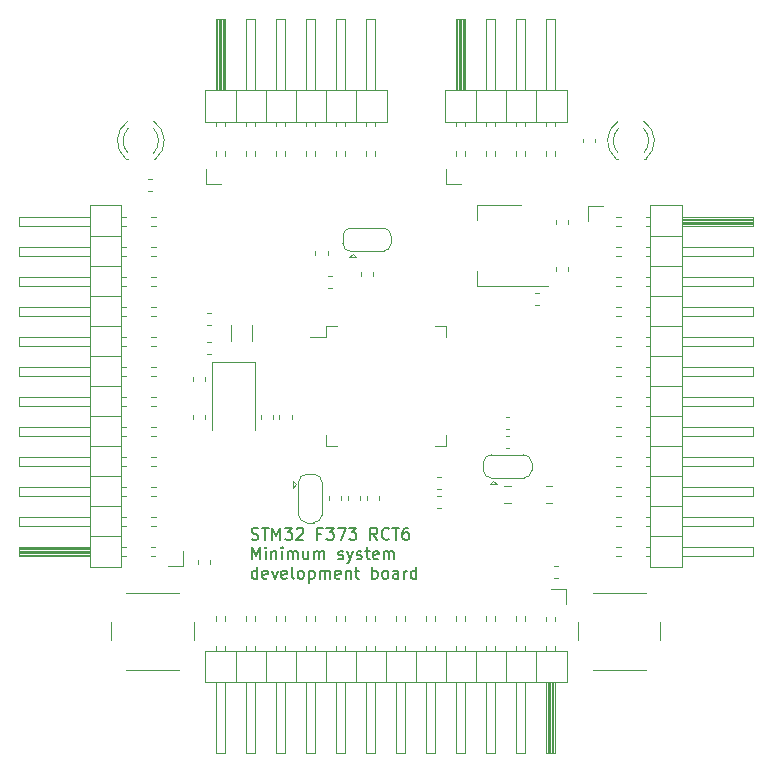
<source format=gbr>
%TF.GenerationSoftware,KiCad,Pcbnew,(5.1.6)-1*%
%TF.CreationDate,2020-11-19T20:50:07+01:00*%
%TF.ProjectId,F373RCT6_MSDB,46333733-5243-4543-965f-4d5344422e6b,rev?*%
%TF.SameCoordinates,Original*%
%TF.FileFunction,Legend,Top*%
%TF.FilePolarity,Positive*%
%FSLAX46Y46*%
G04 Gerber Fmt 4.6, Leading zero omitted, Abs format (unit mm)*
G04 Created by KiCad (PCBNEW (5.1.6)-1) date 2020-11-19 20:50:07*
%MOMM*%
%LPD*%
G01*
G04 APERTURE LIST*
%ADD10C,0.150000*%
%ADD11C,0.120000*%
G04 APERTURE END LIST*
D10*
X123337976Y-110654761D02*
X123480833Y-110702380D01*
X123718928Y-110702380D01*
X123814166Y-110654761D01*
X123861785Y-110607142D01*
X123909404Y-110511904D01*
X123909404Y-110416666D01*
X123861785Y-110321428D01*
X123814166Y-110273809D01*
X123718928Y-110226190D01*
X123528452Y-110178571D01*
X123433214Y-110130952D01*
X123385595Y-110083333D01*
X123337976Y-109988095D01*
X123337976Y-109892857D01*
X123385595Y-109797619D01*
X123433214Y-109750000D01*
X123528452Y-109702380D01*
X123766547Y-109702380D01*
X123909404Y-109750000D01*
X124195119Y-109702380D02*
X124766547Y-109702380D01*
X124480833Y-110702380D02*
X124480833Y-109702380D01*
X125099880Y-110702380D02*
X125099880Y-109702380D01*
X125433214Y-110416666D01*
X125766547Y-109702380D01*
X125766547Y-110702380D01*
X126147500Y-109702380D02*
X126766547Y-109702380D01*
X126433214Y-110083333D01*
X126576071Y-110083333D01*
X126671309Y-110130952D01*
X126718928Y-110178571D01*
X126766547Y-110273809D01*
X126766547Y-110511904D01*
X126718928Y-110607142D01*
X126671309Y-110654761D01*
X126576071Y-110702380D01*
X126290357Y-110702380D01*
X126195119Y-110654761D01*
X126147500Y-110607142D01*
X127147500Y-109797619D02*
X127195119Y-109750000D01*
X127290357Y-109702380D01*
X127528452Y-109702380D01*
X127623690Y-109750000D01*
X127671309Y-109797619D01*
X127718928Y-109892857D01*
X127718928Y-109988095D01*
X127671309Y-110130952D01*
X127099880Y-110702380D01*
X127718928Y-110702380D01*
X129242738Y-110178571D02*
X128909404Y-110178571D01*
X128909404Y-110702380D02*
X128909404Y-109702380D01*
X129385595Y-109702380D01*
X129671309Y-109702380D02*
X130290357Y-109702380D01*
X129957023Y-110083333D01*
X130099880Y-110083333D01*
X130195119Y-110130952D01*
X130242738Y-110178571D01*
X130290357Y-110273809D01*
X130290357Y-110511904D01*
X130242738Y-110607142D01*
X130195119Y-110654761D01*
X130099880Y-110702380D01*
X129814166Y-110702380D01*
X129718928Y-110654761D01*
X129671309Y-110607142D01*
X130623690Y-109702380D02*
X131290357Y-109702380D01*
X130861785Y-110702380D01*
X131576071Y-109702380D02*
X132195119Y-109702380D01*
X131861785Y-110083333D01*
X132004642Y-110083333D01*
X132099880Y-110130952D01*
X132147500Y-110178571D01*
X132195119Y-110273809D01*
X132195119Y-110511904D01*
X132147500Y-110607142D01*
X132099880Y-110654761D01*
X132004642Y-110702380D01*
X131718928Y-110702380D01*
X131623690Y-110654761D01*
X131576071Y-110607142D01*
X133957023Y-110702380D02*
X133623690Y-110226190D01*
X133385595Y-110702380D02*
X133385595Y-109702380D01*
X133766547Y-109702380D01*
X133861785Y-109750000D01*
X133909404Y-109797619D01*
X133957023Y-109892857D01*
X133957023Y-110035714D01*
X133909404Y-110130952D01*
X133861785Y-110178571D01*
X133766547Y-110226190D01*
X133385595Y-110226190D01*
X134957023Y-110607142D02*
X134909404Y-110654761D01*
X134766547Y-110702380D01*
X134671309Y-110702380D01*
X134528452Y-110654761D01*
X134433214Y-110559523D01*
X134385595Y-110464285D01*
X134337976Y-110273809D01*
X134337976Y-110130952D01*
X134385595Y-109940476D01*
X134433214Y-109845238D01*
X134528452Y-109750000D01*
X134671309Y-109702380D01*
X134766547Y-109702380D01*
X134909404Y-109750000D01*
X134957023Y-109797619D01*
X135242738Y-109702380D02*
X135814166Y-109702380D01*
X135528452Y-110702380D02*
X135528452Y-109702380D01*
X136576071Y-109702380D02*
X136385595Y-109702380D01*
X136290357Y-109750000D01*
X136242738Y-109797619D01*
X136147500Y-109940476D01*
X136099880Y-110130952D01*
X136099880Y-110511904D01*
X136147500Y-110607142D01*
X136195119Y-110654761D01*
X136290357Y-110702380D01*
X136480833Y-110702380D01*
X136576071Y-110654761D01*
X136623690Y-110607142D01*
X136671309Y-110511904D01*
X136671309Y-110273809D01*
X136623690Y-110178571D01*
X136576071Y-110130952D01*
X136480833Y-110083333D01*
X136290357Y-110083333D01*
X136195119Y-110130952D01*
X136147500Y-110178571D01*
X136099880Y-110273809D01*
X123385595Y-112352380D02*
X123385595Y-111352380D01*
X123718928Y-112066666D01*
X124052261Y-111352380D01*
X124052261Y-112352380D01*
X124528452Y-112352380D02*
X124528452Y-111685714D01*
X124528452Y-111352380D02*
X124480833Y-111400000D01*
X124528452Y-111447619D01*
X124576071Y-111400000D01*
X124528452Y-111352380D01*
X124528452Y-111447619D01*
X125004642Y-111685714D02*
X125004642Y-112352380D01*
X125004642Y-111780952D02*
X125052261Y-111733333D01*
X125147500Y-111685714D01*
X125290357Y-111685714D01*
X125385595Y-111733333D01*
X125433214Y-111828571D01*
X125433214Y-112352380D01*
X125909404Y-112352380D02*
X125909404Y-111685714D01*
X125909404Y-111352380D02*
X125861785Y-111400000D01*
X125909404Y-111447619D01*
X125957023Y-111400000D01*
X125909404Y-111352380D01*
X125909404Y-111447619D01*
X126385595Y-112352380D02*
X126385595Y-111685714D01*
X126385595Y-111780952D02*
X126433214Y-111733333D01*
X126528452Y-111685714D01*
X126671309Y-111685714D01*
X126766547Y-111733333D01*
X126814166Y-111828571D01*
X126814166Y-112352380D01*
X126814166Y-111828571D02*
X126861785Y-111733333D01*
X126957023Y-111685714D01*
X127099880Y-111685714D01*
X127195119Y-111733333D01*
X127242738Y-111828571D01*
X127242738Y-112352380D01*
X128147500Y-111685714D02*
X128147500Y-112352380D01*
X127718928Y-111685714D02*
X127718928Y-112209523D01*
X127766547Y-112304761D01*
X127861785Y-112352380D01*
X128004642Y-112352380D01*
X128099880Y-112304761D01*
X128147500Y-112257142D01*
X128623690Y-112352380D02*
X128623690Y-111685714D01*
X128623690Y-111780952D02*
X128671309Y-111733333D01*
X128766547Y-111685714D01*
X128909404Y-111685714D01*
X129004642Y-111733333D01*
X129052261Y-111828571D01*
X129052261Y-112352380D01*
X129052261Y-111828571D02*
X129099880Y-111733333D01*
X129195119Y-111685714D01*
X129337976Y-111685714D01*
X129433214Y-111733333D01*
X129480833Y-111828571D01*
X129480833Y-112352380D01*
X130671309Y-112304761D02*
X130766547Y-112352380D01*
X130957023Y-112352380D01*
X131052261Y-112304761D01*
X131099880Y-112209523D01*
X131099880Y-112161904D01*
X131052261Y-112066666D01*
X130957023Y-112019047D01*
X130814166Y-112019047D01*
X130718928Y-111971428D01*
X130671309Y-111876190D01*
X130671309Y-111828571D01*
X130718928Y-111733333D01*
X130814166Y-111685714D01*
X130957023Y-111685714D01*
X131052261Y-111733333D01*
X131433214Y-111685714D02*
X131671309Y-112352380D01*
X131909404Y-111685714D02*
X131671309Y-112352380D01*
X131576071Y-112590476D01*
X131528452Y-112638095D01*
X131433214Y-112685714D01*
X132242738Y-112304761D02*
X132337976Y-112352380D01*
X132528452Y-112352380D01*
X132623690Y-112304761D01*
X132671309Y-112209523D01*
X132671309Y-112161904D01*
X132623690Y-112066666D01*
X132528452Y-112019047D01*
X132385595Y-112019047D01*
X132290357Y-111971428D01*
X132242738Y-111876190D01*
X132242738Y-111828571D01*
X132290357Y-111733333D01*
X132385595Y-111685714D01*
X132528452Y-111685714D01*
X132623690Y-111733333D01*
X132957023Y-111685714D02*
X133337976Y-111685714D01*
X133099880Y-111352380D02*
X133099880Y-112209523D01*
X133147500Y-112304761D01*
X133242738Y-112352380D01*
X133337976Y-112352380D01*
X134052261Y-112304761D02*
X133957023Y-112352380D01*
X133766547Y-112352380D01*
X133671309Y-112304761D01*
X133623690Y-112209523D01*
X133623690Y-111828571D01*
X133671309Y-111733333D01*
X133766547Y-111685714D01*
X133957023Y-111685714D01*
X134052261Y-111733333D01*
X134099880Y-111828571D01*
X134099880Y-111923809D01*
X133623690Y-112019047D01*
X134528452Y-112352380D02*
X134528452Y-111685714D01*
X134528452Y-111780952D02*
X134576071Y-111733333D01*
X134671309Y-111685714D01*
X134814166Y-111685714D01*
X134909404Y-111733333D01*
X134957023Y-111828571D01*
X134957023Y-112352380D01*
X134957023Y-111828571D02*
X135004642Y-111733333D01*
X135099880Y-111685714D01*
X135242738Y-111685714D01*
X135337976Y-111733333D01*
X135385595Y-111828571D01*
X135385595Y-112352380D01*
X123814166Y-114002380D02*
X123814166Y-113002380D01*
X123814166Y-113954761D02*
X123718928Y-114002380D01*
X123528452Y-114002380D01*
X123433214Y-113954761D01*
X123385595Y-113907142D01*
X123337976Y-113811904D01*
X123337976Y-113526190D01*
X123385595Y-113430952D01*
X123433214Y-113383333D01*
X123528452Y-113335714D01*
X123718928Y-113335714D01*
X123814166Y-113383333D01*
X124671309Y-113954761D02*
X124576071Y-114002380D01*
X124385595Y-114002380D01*
X124290357Y-113954761D01*
X124242738Y-113859523D01*
X124242738Y-113478571D01*
X124290357Y-113383333D01*
X124385595Y-113335714D01*
X124576071Y-113335714D01*
X124671309Y-113383333D01*
X124718928Y-113478571D01*
X124718928Y-113573809D01*
X124242738Y-113669047D01*
X125052261Y-113335714D02*
X125290357Y-114002380D01*
X125528452Y-113335714D01*
X126290357Y-113954761D02*
X126195119Y-114002380D01*
X126004642Y-114002380D01*
X125909404Y-113954761D01*
X125861785Y-113859523D01*
X125861785Y-113478571D01*
X125909404Y-113383333D01*
X126004642Y-113335714D01*
X126195119Y-113335714D01*
X126290357Y-113383333D01*
X126337976Y-113478571D01*
X126337976Y-113573809D01*
X125861785Y-113669047D01*
X126909404Y-114002380D02*
X126814166Y-113954761D01*
X126766547Y-113859523D01*
X126766547Y-113002380D01*
X127433214Y-114002380D02*
X127337976Y-113954761D01*
X127290357Y-113907142D01*
X127242738Y-113811904D01*
X127242738Y-113526190D01*
X127290357Y-113430952D01*
X127337976Y-113383333D01*
X127433214Y-113335714D01*
X127576071Y-113335714D01*
X127671309Y-113383333D01*
X127718928Y-113430952D01*
X127766547Y-113526190D01*
X127766547Y-113811904D01*
X127718928Y-113907142D01*
X127671309Y-113954761D01*
X127576071Y-114002380D01*
X127433214Y-114002380D01*
X128195119Y-113335714D02*
X128195119Y-114335714D01*
X128195119Y-113383333D02*
X128290357Y-113335714D01*
X128480833Y-113335714D01*
X128576071Y-113383333D01*
X128623690Y-113430952D01*
X128671309Y-113526190D01*
X128671309Y-113811904D01*
X128623690Y-113907142D01*
X128576071Y-113954761D01*
X128480833Y-114002380D01*
X128290357Y-114002380D01*
X128195119Y-113954761D01*
X129099880Y-114002380D02*
X129099880Y-113335714D01*
X129099880Y-113430952D02*
X129147500Y-113383333D01*
X129242738Y-113335714D01*
X129385595Y-113335714D01*
X129480833Y-113383333D01*
X129528452Y-113478571D01*
X129528452Y-114002380D01*
X129528452Y-113478571D02*
X129576071Y-113383333D01*
X129671309Y-113335714D01*
X129814166Y-113335714D01*
X129909404Y-113383333D01*
X129957023Y-113478571D01*
X129957023Y-114002380D01*
X130814166Y-113954761D02*
X130718928Y-114002380D01*
X130528452Y-114002380D01*
X130433214Y-113954761D01*
X130385595Y-113859523D01*
X130385595Y-113478571D01*
X130433214Y-113383333D01*
X130528452Y-113335714D01*
X130718928Y-113335714D01*
X130814166Y-113383333D01*
X130861785Y-113478571D01*
X130861785Y-113573809D01*
X130385595Y-113669047D01*
X131290357Y-113335714D02*
X131290357Y-114002380D01*
X131290357Y-113430952D02*
X131337976Y-113383333D01*
X131433214Y-113335714D01*
X131576071Y-113335714D01*
X131671309Y-113383333D01*
X131718928Y-113478571D01*
X131718928Y-114002380D01*
X132052261Y-113335714D02*
X132433214Y-113335714D01*
X132195119Y-113002380D02*
X132195119Y-113859523D01*
X132242738Y-113954761D01*
X132337976Y-114002380D01*
X132433214Y-114002380D01*
X133528452Y-114002380D02*
X133528452Y-113002380D01*
X133528452Y-113383333D02*
X133623690Y-113335714D01*
X133814166Y-113335714D01*
X133909404Y-113383333D01*
X133957023Y-113430952D01*
X134004642Y-113526190D01*
X134004642Y-113811904D01*
X133957023Y-113907142D01*
X133909404Y-113954761D01*
X133814166Y-114002380D01*
X133623690Y-114002380D01*
X133528452Y-113954761D01*
X134576071Y-114002380D02*
X134480833Y-113954761D01*
X134433214Y-113907142D01*
X134385595Y-113811904D01*
X134385595Y-113526190D01*
X134433214Y-113430952D01*
X134480833Y-113383333D01*
X134576071Y-113335714D01*
X134718928Y-113335714D01*
X134814166Y-113383333D01*
X134861785Y-113430952D01*
X134909404Y-113526190D01*
X134909404Y-113811904D01*
X134861785Y-113907142D01*
X134814166Y-113954761D01*
X134718928Y-114002380D01*
X134576071Y-114002380D01*
X135766547Y-114002380D02*
X135766547Y-113478571D01*
X135718928Y-113383333D01*
X135623690Y-113335714D01*
X135433214Y-113335714D01*
X135337976Y-113383333D01*
X135766547Y-113954761D02*
X135671309Y-114002380D01*
X135433214Y-114002380D01*
X135337976Y-113954761D01*
X135290357Y-113859523D01*
X135290357Y-113764285D01*
X135337976Y-113669047D01*
X135433214Y-113621428D01*
X135671309Y-113621428D01*
X135766547Y-113573809D01*
X136242738Y-114002380D02*
X136242738Y-113335714D01*
X136242738Y-113526190D02*
X136290357Y-113430952D01*
X136337976Y-113383333D01*
X136433214Y-113335714D01*
X136528452Y-113335714D01*
X137290357Y-114002380D02*
X137290357Y-113002380D01*
X137290357Y-113954761D02*
X137195119Y-114002380D01*
X137004642Y-114002380D01*
X136909404Y-113954761D01*
X136861785Y-113907142D01*
X136814166Y-113811904D01*
X136814166Y-113526190D01*
X136861785Y-113430952D01*
X136909404Y-113383333D01*
X137004642Y-113335714D01*
X137195119Y-113335714D01*
X137290357Y-113383333D01*
D11*
%TO.C,SW2*%
X157950000Y-119200000D02*
X157950000Y-117700000D01*
X156700000Y-115200000D02*
X152200000Y-115200000D01*
X150950000Y-117700000D02*
X150950000Y-119200000D01*
X152200000Y-121700000D02*
X156700000Y-121700000D01*
%TO.C,SW1*%
X118450000Y-119200000D02*
X118450000Y-117700000D01*
X117200000Y-115200000D02*
X112700000Y-115200000D01*
X111450000Y-117700000D02*
X111450000Y-119200000D01*
X112700000Y-121700000D02*
X117200000Y-121700000D01*
%TO.C,C19*%
X148937221Y-113910000D02*
X149262779Y-113910000D01*
X148937221Y-112890000D02*
X149262779Y-112890000D01*
%TO.C,C7*%
X118790000Y-112437221D02*
X118790000Y-112762779D01*
X119810000Y-112437221D02*
X119810000Y-112762779D01*
%TO.C,R5*%
X152410000Y-77062779D02*
X152410000Y-76737221D01*
X151390000Y-77062779D02*
X151390000Y-76737221D01*
%TO.C,R4*%
X114862779Y-80190000D02*
X114537221Y-80190000D01*
X114862779Y-81210000D02*
X114537221Y-81210000D01*
%TO.C,D2*%
X156530000Y-78490000D02*
X156686000Y-78490000D01*
X154214000Y-78490000D02*
X154370000Y-78490000D01*
X156529837Y-75888870D02*
G75*
G02*
X156530000Y-77970961I-1079837J-1041130D01*
G01*
X154370163Y-75888870D02*
G75*
G03*
X154370000Y-77970961I1079837J-1041130D01*
G01*
X156528608Y-75257665D02*
G75*
G02*
X156685516Y-78490000I-1078608J-1672335D01*
G01*
X154371392Y-75257665D02*
G75*
G03*
X154214484Y-78490000I1078608J-1672335D01*
G01*
%TO.C,D1*%
X115030000Y-78490000D02*
X115186000Y-78490000D01*
X112714000Y-78490000D02*
X112870000Y-78490000D01*
X115029837Y-75888870D02*
G75*
G02*
X115030000Y-77970961I-1079837J-1041130D01*
G01*
X112870163Y-75888870D02*
G75*
G03*
X112870000Y-77970961I1079837J-1041130D01*
G01*
X115028608Y-75257665D02*
G75*
G02*
X115185516Y-78490000I-1078608J-1672335D01*
G01*
X112871392Y-75257665D02*
G75*
G03*
X112714484Y-78490000I1078608J-1672335D01*
G01*
%TO.C,C9*%
X139362779Y-105390000D02*
X139037221Y-105390000D01*
X139362779Y-106410000D02*
X139037221Y-106410000D01*
%TO.C,C8*%
X139362779Y-106990000D02*
X139037221Y-106990000D01*
X139362779Y-108010000D02*
X139037221Y-108010000D01*
%TO.C,J5*%
X151845000Y-82460000D02*
X153115000Y-82460000D01*
X151845000Y-83730000D02*
X151845000Y-82460000D01*
X154157929Y-112050000D02*
X154612071Y-112050000D01*
X154157929Y-111290000D02*
X154612071Y-111290000D01*
X156697929Y-112050000D02*
X157095000Y-112050000D01*
X156697929Y-111290000D02*
X157095000Y-111290000D01*
X165755000Y-112050000D02*
X159755000Y-112050000D01*
X165755000Y-111290000D02*
X165755000Y-112050000D01*
X159755000Y-111290000D02*
X165755000Y-111290000D01*
X157095000Y-110400000D02*
X159755000Y-110400000D01*
X154157929Y-109510000D02*
X154612071Y-109510000D01*
X154157929Y-108750000D02*
X154612071Y-108750000D01*
X156697929Y-109510000D02*
X157095000Y-109510000D01*
X156697929Y-108750000D02*
X157095000Y-108750000D01*
X165755000Y-109510000D02*
X159755000Y-109510000D01*
X165755000Y-108750000D02*
X165755000Y-109510000D01*
X159755000Y-108750000D02*
X165755000Y-108750000D01*
X157095000Y-107860000D02*
X159755000Y-107860000D01*
X154157929Y-106970000D02*
X154612071Y-106970000D01*
X154157929Y-106210000D02*
X154612071Y-106210000D01*
X156697929Y-106970000D02*
X157095000Y-106970000D01*
X156697929Y-106210000D02*
X157095000Y-106210000D01*
X165755000Y-106970000D02*
X159755000Y-106970000D01*
X165755000Y-106210000D02*
X165755000Y-106970000D01*
X159755000Y-106210000D02*
X165755000Y-106210000D01*
X157095000Y-105320000D02*
X159755000Y-105320000D01*
X154157929Y-104430000D02*
X154612071Y-104430000D01*
X154157929Y-103670000D02*
X154612071Y-103670000D01*
X156697929Y-104430000D02*
X157095000Y-104430000D01*
X156697929Y-103670000D02*
X157095000Y-103670000D01*
X165755000Y-104430000D02*
X159755000Y-104430000D01*
X165755000Y-103670000D02*
X165755000Y-104430000D01*
X159755000Y-103670000D02*
X165755000Y-103670000D01*
X157095000Y-102780000D02*
X159755000Y-102780000D01*
X154157929Y-101890000D02*
X154612071Y-101890000D01*
X154157929Y-101130000D02*
X154612071Y-101130000D01*
X156697929Y-101890000D02*
X157095000Y-101890000D01*
X156697929Y-101130000D02*
X157095000Y-101130000D01*
X165755000Y-101890000D02*
X159755000Y-101890000D01*
X165755000Y-101130000D02*
X165755000Y-101890000D01*
X159755000Y-101130000D02*
X165755000Y-101130000D01*
X157095000Y-100240000D02*
X159755000Y-100240000D01*
X154157929Y-99350000D02*
X154612071Y-99350000D01*
X154157929Y-98590000D02*
X154612071Y-98590000D01*
X156697929Y-99350000D02*
X157095000Y-99350000D01*
X156697929Y-98590000D02*
X157095000Y-98590000D01*
X165755000Y-99350000D02*
X159755000Y-99350000D01*
X165755000Y-98590000D02*
X165755000Y-99350000D01*
X159755000Y-98590000D02*
X165755000Y-98590000D01*
X157095000Y-97700000D02*
X159755000Y-97700000D01*
X154157929Y-96810000D02*
X154612071Y-96810000D01*
X154157929Y-96050000D02*
X154612071Y-96050000D01*
X156697929Y-96810000D02*
X157095000Y-96810000D01*
X156697929Y-96050000D02*
X157095000Y-96050000D01*
X165755000Y-96810000D02*
X159755000Y-96810000D01*
X165755000Y-96050000D02*
X165755000Y-96810000D01*
X159755000Y-96050000D02*
X165755000Y-96050000D01*
X157095000Y-95160000D02*
X159755000Y-95160000D01*
X154157929Y-94270000D02*
X154612071Y-94270000D01*
X154157929Y-93510000D02*
X154612071Y-93510000D01*
X156697929Y-94270000D02*
X157095000Y-94270000D01*
X156697929Y-93510000D02*
X157095000Y-93510000D01*
X165755000Y-94270000D02*
X159755000Y-94270000D01*
X165755000Y-93510000D02*
X165755000Y-94270000D01*
X159755000Y-93510000D02*
X165755000Y-93510000D01*
X157095000Y-92620000D02*
X159755000Y-92620000D01*
X154157929Y-91730000D02*
X154612071Y-91730000D01*
X154157929Y-90970000D02*
X154612071Y-90970000D01*
X156697929Y-91730000D02*
X157095000Y-91730000D01*
X156697929Y-90970000D02*
X157095000Y-90970000D01*
X165755000Y-91730000D02*
X159755000Y-91730000D01*
X165755000Y-90970000D02*
X165755000Y-91730000D01*
X159755000Y-90970000D02*
X165755000Y-90970000D01*
X157095000Y-90080000D02*
X159755000Y-90080000D01*
X154157929Y-89190000D02*
X154612071Y-89190000D01*
X154157929Y-88430000D02*
X154612071Y-88430000D01*
X156697929Y-89190000D02*
X157095000Y-89190000D01*
X156697929Y-88430000D02*
X157095000Y-88430000D01*
X165755000Y-89190000D02*
X159755000Y-89190000D01*
X165755000Y-88430000D02*
X165755000Y-89190000D01*
X159755000Y-88430000D02*
X165755000Y-88430000D01*
X157095000Y-87540000D02*
X159755000Y-87540000D01*
X154157929Y-86650000D02*
X154612071Y-86650000D01*
X154157929Y-85890000D02*
X154612071Y-85890000D01*
X156697929Y-86650000D02*
X157095000Y-86650000D01*
X156697929Y-85890000D02*
X157095000Y-85890000D01*
X165755000Y-86650000D02*
X159755000Y-86650000D01*
X165755000Y-85890000D02*
X165755000Y-86650000D01*
X159755000Y-85890000D02*
X165755000Y-85890000D01*
X157095000Y-85000000D02*
X159755000Y-85000000D01*
X154225000Y-84110000D02*
X154612071Y-84110000D01*
X154225000Y-83350000D02*
X154612071Y-83350000D01*
X156697929Y-84110000D02*
X157095000Y-84110000D01*
X156697929Y-83350000D02*
X157095000Y-83350000D01*
X159755000Y-84010000D02*
X165755000Y-84010000D01*
X159755000Y-83890000D02*
X165755000Y-83890000D01*
X159755000Y-83770000D02*
X165755000Y-83770000D01*
X159755000Y-83650000D02*
X165755000Y-83650000D01*
X159755000Y-83530000D02*
X165755000Y-83530000D01*
X159755000Y-83410000D02*
X165755000Y-83410000D01*
X165755000Y-84110000D02*
X159755000Y-84110000D01*
X165755000Y-83350000D02*
X165755000Y-84110000D01*
X159755000Y-83350000D02*
X165755000Y-83350000D01*
X159755000Y-82400000D02*
X157095000Y-82400000D01*
X159755000Y-113000000D02*
X159755000Y-82400000D01*
X157095000Y-113000000D02*
X159755000Y-113000000D01*
X157095000Y-82400000D02*
X157095000Y-113000000D01*
%TO.C,J4*%
X149940000Y-114845000D02*
X149940000Y-116115000D01*
X148670000Y-114845000D02*
X149940000Y-114845000D01*
X120350000Y-117157929D02*
X120350000Y-117612071D01*
X121110000Y-117157929D02*
X121110000Y-117612071D01*
X120350000Y-119697929D02*
X120350000Y-120095000D01*
X121110000Y-119697929D02*
X121110000Y-120095000D01*
X120350000Y-128755000D02*
X120350000Y-122755000D01*
X121110000Y-128755000D02*
X120350000Y-128755000D01*
X121110000Y-122755000D02*
X121110000Y-128755000D01*
X122000000Y-120095000D02*
X122000000Y-122755000D01*
X122890000Y-117157929D02*
X122890000Y-117612071D01*
X123650000Y-117157929D02*
X123650000Y-117612071D01*
X122890000Y-119697929D02*
X122890000Y-120095000D01*
X123650000Y-119697929D02*
X123650000Y-120095000D01*
X122890000Y-128755000D02*
X122890000Y-122755000D01*
X123650000Y-128755000D02*
X122890000Y-128755000D01*
X123650000Y-122755000D02*
X123650000Y-128755000D01*
X124540000Y-120095000D02*
X124540000Y-122755000D01*
X125430000Y-117157929D02*
X125430000Y-117612071D01*
X126190000Y-117157929D02*
X126190000Y-117612071D01*
X125430000Y-119697929D02*
X125430000Y-120095000D01*
X126190000Y-119697929D02*
X126190000Y-120095000D01*
X125430000Y-128755000D02*
X125430000Y-122755000D01*
X126190000Y-128755000D02*
X125430000Y-128755000D01*
X126190000Y-122755000D02*
X126190000Y-128755000D01*
X127080000Y-120095000D02*
X127080000Y-122755000D01*
X127970000Y-117157929D02*
X127970000Y-117612071D01*
X128730000Y-117157929D02*
X128730000Y-117612071D01*
X127970000Y-119697929D02*
X127970000Y-120095000D01*
X128730000Y-119697929D02*
X128730000Y-120095000D01*
X127970000Y-128755000D02*
X127970000Y-122755000D01*
X128730000Y-128755000D02*
X127970000Y-128755000D01*
X128730000Y-122755000D02*
X128730000Y-128755000D01*
X129620000Y-120095000D02*
X129620000Y-122755000D01*
X130510000Y-117157929D02*
X130510000Y-117612071D01*
X131270000Y-117157929D02*
X131270000Y-117612071D01*
X130510000Y-119697929D02*
X130510000Y-120095000D01*
X131270000Y-119697929D02*
X131270000Y-120095000D01*
X130510000Y-128755000D02*
X130510000Y-122755000D01*
X131270000Y-128755000D02*
X130510000Y-128755000D01*
X131270000Y-122755000D02*
X131270000Y-128755000D01*
X132160000Y-120095000D02*
X132160000Y-122755000D01*
X133050000Y-117157929D02*
X133050000Y-117612071D01*
X133810000Y-117157929D02*
X133810000Y-117612071D01*
X133050000Y-119697929D02*
X133050000Y-120095000D01*
X133810000Y-119697929D02*
X133810000Y-120095000D01*
X133050000Y-128755000D02*
X133050000Y-122755000D01*
X133810000Y-128755000D02*
X133050000Y-128755000D01*
X133810000Y-122755000D02*
X133810000Y-128755000D01*
X134700000Y-120095000D02*
X134700000Y-122755000D01*
X135590000Y-117157929D02*
X135590000Y-117612071D01*
X136350000Y-117157929D02*
X136350000Y-117612071D01*
X135590000Y-119697929D02*
X135590000Y-120095000D01*
X136350000Y-119697929D02*
X136350000Y-120095000D01*
X135590000Y-128755000D02*
X135590000Y-122755000D01*
X136350000Y-128755000D02*
X135590000Y-128755000D01*
X136350000Y-122755000D02*
X136350000Y-128755000D01*
X137240000Y-120095000D02*
X137240000Y-122755000D01*
X138130000Y-117157929D02*
X138130000Y-117612071D01*
X138890000Y-117157929D02*
X138890000Y-117612071D01*
X138130000Y-119697929D02*
X138130000Y-120095000D01*
X138890000Y-119697929D02*
X138890000Y-120095000D01*
X138130000Y-128755000D02*
X138130000Y-122755000D01*
X138890000Y-128755000D02*
X138130000Y-128755000D01*
X138890000Y-122755000D02*
X138890000Y-128755000D01*
X139780000Y-120095000D02*
X139780000Y-122755000D01*
X140670000Y-117157929D02*
X140670000Y-117612071D01*
X141430000Y-117157929D02*
X141430000Y-117612071D01*
X140670000Y-119697929D02*
X140670000Y-120095000D01*
X141430000Y-119697929D02*
X141430000Y-120095000D01*
X140670000Y-128755000D02*
X140670000Y-122755000D01*
X141430000Y-128755000D02*
X140670000Y-128755000D01*
X141430000Y-122755000D02*
X141430000Y-128755000D01*
X142320000Y-120095000D02*
X142320000Y-122755000D01*
X143210000Y-117157929D02*
X143210000Y-117612071D01*
X143970000Y-117157929D02*
X143970000Y-117612071D01*
X143210000Y-119697929D02*
X143210000Y-120095000D01*
X143970000Y-119697929D02*
X143970000Y-120095000D01*
X143210000Y-128755000D02*
X143210000Y-122755000D01*
X143970000Y-128755000D02*
X143210000Y-128755000D01*
X143970000Y-122755000D02*
X143970000Y-128755000D01*
X144860000Y-120095000D02*
X144860000Y-122755000D01*
X145750000Y-117157929D02*
X145750000Y-117612071D01*
X146510000Y-117157929D02*
X146510000Y-117612071D01*
X145750000Y-119697929D02*
X145750000Y-120095000D01*
X146510000Y-119697929D02*
X146510000Y-120095000D01*
X145750000Y-128755000D02*
X145750000Y-122755000D01*
X146510000Y-128755000D02*
X145750000Y-128755000D01*
X146510000Y-122755000D02*
X146510000Y-128755000D01*
X147400000Y-120095000D02*
X147400000Y-122755000D01*
X148290000Y-117225000D02*
X148290000Y-117612071D01*
X149050000Y-117225000D02*
X149050000Y-117612071D01*
X148290000Y-119697929D02*
X148290000Y-120095000D01*
X149050000Y-119697929D02*
X149050000Y-120095000D01*
X148390000Y-122755000D02*
X148390000Y-128755000D01*
X148510000Y-122755000D02*
X148510000Y-128755000D01*
X148630000Y-122755000D02*
X148630000Y-128755000D01*
X148750000Y-122755000D02*
X148750000Y-128755000D01*
X148870000Y-122755000D02*
X148870000Y-128755000D01*
X148990000Y-122755000D02*
X148990000Y-128755000D01*
X148290000Y-128755000D02*
X148290000Y-122755000D01*
X149050000Y-128755000D02*
X148290000Y-128755000D01*
X149050000Y-122755000D02*
X149050000Y-128755000D01*
X150000000Y-122755000D02*
X150000000Y-120095000D01*
X119400000Y-122755000D02*
X150000000Y-122755000D01*
X119400000Y-120095000D02*
X119400000Y-122755000D01*
X150000000Y-120095000D02*
X119400000Y-120095000D01*
%TO.C,J3*%
X112305000Y-113000000D02*
X112305000Y-82400000D01*
X112305000Y-82400000D02*
X109645000Y-82400000D01*
X109645000Y-82400000D02*
X109645000Y-113000000D01*
X109645000Y-113000000D02*
X112305000Y-113000000D01*
X109645000Y-112050000D02*
X103645000Y-112050000D01*
X103645000Y-112050000D02*
X103645000Y-111290000D01*
X103645000Y-111290000D02*
X109645000Y-111290000D01*
X109645000Y-111990000D02*
X103645000Y-111990000D01*
X109645000Y-111870000D02*
X103645000Y-111870000D01*
X109645000Y-111750000D02*
X103645000Y-111750000D01*
X109645000Y-111630000D02*
X103645000Y-111630000D01*
X109645000Y-111510000D02*
X103645000Y-111510000D01*
X109645000Y-111390000D02*
X103645000Y-111390000D01*
X112702071Y-112050000D02*
X112305000Y-112050000D01*
X112702071Y-111290000D02*
X112305000Y-111290000D01*
X115175000Y-112050000D02*
X114787929Y-112050000D01*
X115175000Y-111290000D02*
X114787929Y-111290000D01*
X112305000Y-110400000D02*
X109645000Y-110400000D01*
X109645000Y-109510000D02*
X103645000Y-109510000D01*
X103645000Y-109510000D02*
X103645000Y-108750000D01*
X103645000Y-108750000D02*
X109645000Y-108750000D01*
X112702071Y-109510000D02*
X112305000Y-109510000D01*
X112702071Y-108750000D02*
X112305000Y-108750000D01*
X115242071Y-109510000D02*
X114787929Y-109510000D01*
X115242071Y-108750000D02*
X114787929Y-108750000D01*
X112305000Y-107860000D02*
X109645000Y-107860000D01*
X109645000Y-106970000D02*
X103645000Y-106970000D01*
X103645000Y-106970000D02*
X103645000Y-106210000D01*
X103645000Y-106210000D02*
X109645000Y-106210000D01*
X112702071Y-106970000D02*
X112305000Y-106970000D01*
X112702071Y-106210000D02*
X112305000Y-106210000D01*
X115242071Y-106970000D02*
X114787929Y-106970000D01*
X115242071Y-106210000D02*
X114787929Y-106210000D01*
X112305000Y-105320000D02*
X109645000Y-105320000D01*
X109645000Y-104430000D02*
X103645000Y-104430000D01*
X103645000Y-104430000D02*
X103645000Y-103670000D01*
X103645000Y-103670000D02*
X109645000Y-103670000D01*
X112702071Y-104430000D02*
X112305000Y-104430000D01*
X112702071Y-103670000D02*
X112305000Y-103670000D01*
X115242071Y-104430000D02*
X114787929Y-104430000D01*
X115242071Y-103670000D02*
X114787929Y-103670000D01*
X112305000Y-102780000D02*
X109645000Y-102780000D01*
X109645000Y-101890000D02*
X103645000Y-101890000D01*
X103645000Y-101890000D02*
X103645000Y-101130000D01*
X103645000Y-101130000D02*
X109645000Y-101130000D01*
X112702071Y-101890000D02*
X112305000Y-101890000D01*
X112702071Y-101130000D02*
X112305000Y-101130000D01*
X115242071Y-101890000D02*
X114787929Y-101890000D01*
X115242071Y-101130000D02*
X114787929Y-101130000D01*
X112305000Y-100240000D02*
X109645000Y-100240000D01*
X109645000Y-99350000D02*
X103645000Y-99350000D01*
X103645000Y-99350000D02*
X103645000Y-98590000D01*
X103645000Y-98590000D02*
X109645000Y-98590000D01*
X112702071Y-99350000D02*
X112305000Y-99350000D01*
X112702071Y-98590000D02*
X112305000Y-98590000D01*
X115242071Y-99350000D02*
X114787929Y-99350000D01*
X115242071Y-98590000D02*
X114787929Y-98590000D01*
X112305000Y-97700000D02*
X109645000Y-97700000D01*
X109645000Y-96810000D02*
X103645000Y-96810000D01*
X103645000Y-96810000D02*
X103645000Y-96050000D01*
X103645000Y-96050000D02*
X109645000Y-96050000D01*
X112702071Y-96810000D02*
X112305000Y-96810000D01*
X112702071Y-96050000D02*
X112305000Y-96050000D01*
X115242071Y-96810000D02*
X114787929Y-96810000D01*
X115242071Y-96050000D02*
X114787929Y-96050000D01*
X112305000Y-95160000D02*
X109645000Y-95160000D01*
X109645000Y-94270000D02*
X103645000Y-94270000D01*
X103645000Y-94270000D02*
X103645000Y-93510000D01*
X103645000Y-93510000D02*
X109645000Y-93510000D01*
X112702071Y-94270000D02*
X112305000Y-94270000D01*
X112702071Y-93510000D02*
X112305000Y-93510000D01*
X115242071Y-94270000D02*
X114787929Y-94270000D01*
X115242071Y-93510000D02*
X114787929Y-93510000D01*
X112305000Y-92620000D02*
X109645000Y-92620000D01*
X109645000Y-91730000D02*
X103645000Y-91730000D01*
X103645000Y-91730000D02*
X103645000Y-90970000D01*
X103645000Y-90970000D02*
X109645000Y-90970000D01*
X112702071Y-91730000D02*
X112305000Y-91730000D01*
X112702071Y-90970000D02*
X112305000Y-90970000D01*
X115242071Y-91730000D02*
X114787929Y-91730000D01*
X115242071Y-90970000D02*
X114787929Y-90970000D01*
X112305000Y-90080000D02*
X109645000Y-90080000D01*
X109645000Y-89190000D02*
X103645000Y-89190000D01*
X103645000Y-89190000D02*
X103645000Y-88430000D01*
X103645000Y-88430000D02*
X109645000Y-88430000D01*
X112702071Y-89190000D02*
X112305000Y-89190000D01*
X112702071Y-88430000D02*
X112305000Y-88430000D01*
X115242071Y-89190000D02*
X114787929Y-89190000D01*
X115242071Y-88430000D02*
X114787929Y-88430000D01*
X112305000Y-87540000D02*
X109645000Y-87540000D01*
X109645000Y-86650000D02*
X103645000Y-86650000D01*
X103645000Y-86650000D02*
X103645000Y-85890000D01*
X103645000Y-85890000D02*
X109645000Y-85890000D01*
X112702071Y-86650000D02*
X112305000Y-86650000D01*
X112702071Y-85890000D02*
X112305000Y-85890000D01*
X115242071Y-86650000D02*
X114787929Y-86650000D01*
X115242071Y-85890000D02*
X114787929Y-85890000D01*
X112305000Y-85000000D02*
X109645000Y-85000000D01*
X109645000Y-84110000D02*
X103645000Y-84110000D01*
X103645000Y-84110000D02*
X103645000Y-83350000D01*
X103645000Y-83350000D02*
X109645000Y-83350000D01*
X112702071Y-84110000D02*
X112305000Y-84110000D01*
X112702071Y-83350000D02*
X112305000Y-83350000D01*
X115242071Y-84110000D02*
X114787929Y-84110000D01*
X115242071Y-83350000D02*
X114787929Y-83350000D01*
X117555000Y-111670000D02*
X117555000Y-112940000D01*
X117555000Y-112940000D02*
X116285000Y-112940000D01*
%TO.C,J2*%
X119460000Y-80555000D02*
X119460000Y-79285000D01*
X120730000Y-80555000D02*
X119460000Y-80555000D01*
X133810000Y-78242071D02*
X133810000Y-77787929D01*
X133050000Y-78242071D02*
X133050000Y-77787929D01*
X133810000Y-75702071D02*
X133810000Y-75305000D01*
X133050000Y-75702071D02*
X133050000Y-75305000D01*
X133810000Y-66645000D02*
X133810000Y-72645000D01*
X133050000Y-66645000D02*
X133810000Y-66645000D01*
X133050000Y-72645000D02*
X133050000Y-66645000D01*
X132160000Y-75305000D02*
X132160000Y-72645000D01*
X131270000Y-78242071D02*
X131270000Y-77787929D01*
X130510000Y-78242071D02*
X130510000Y-77787929D01*
X131270000Y-75702071D02*
X131270000Y-75305000D01*
X130510000Y-75702071D02*
X130510000Y-75305000D01*
X131270000Y-66645000D02*
X131270000Y-72645000D01*
X130510000Y-66645000D02*
X131270000Y-66645000D01*
X130510000Y-72645000D02*
X130510000Y-66645000D01*
X129620000Y-75305000D02*
X129620000Y-72645000D01*
X128730000Y-78242071D02*
X128730000Y-77787929D01*
X127970000Y-78242071D02*
X127970000Y-77787929D01*
X128730000Y-75702071D02*
X128730000Y-75305000D01*
X127970000Y-75702071D02*
X127970000Y-75305000D01*
X128730000Y-66645000D02*
X128730000Y-72645000D01*
X127970000Y-66645000D02*
X128730000Y-66645000D01*
X127970000Y-72645000D02*
X127970000Y-66645000D01*
X127080000Y-75305000D02*
X127080000Y-72645000D01*
X126190000Y-78242071D02*
X126190000Y-77787929D01*
X125430000Y-78242071D02*
X125430000Y-77787929D01*
X126190000Y-75702071D02*
X126190000Y-75305000D01*
X125430000Y-75702071D02*
X125430000Y-75305000D01*
X126190000Y-66645000D02*
X126190000Y-72645000D01*
X125430000Y-66645000D02*
X126190000Y-66645000D01*
X125430000Y-72645000D02*
X125430000Y-66645000D01*
X124540000Y-75305000D02*
X124540000Y-72645000D01*
X123650000Y-78242071D02*
X123650000Y-77787929D01*
X122890000Y-78242071D02*
X122890000Y-77787929D01*
X123650000Y-75702071D02*
X123650000Y-75305000D01*
X122890000Y-75702071D02*
X122890000Y-75305000D01*
X123650000Y-66645000D02*
X123650000Y-72645000D01*
X122890000Y-66645000D02*
X123650000Y-66645000D01*
X122890000Y-72645000D02*
X122890000Y-66645000D01*
X122000000Y-75305000D02*
X122000000Y-72645000D01*
X121110000Y-78175000D02*
X121110000Y-77787929D01*
X120350000Y-78175000D02*
X120350000Y-77787929D01*
X121110000Y-75702071D02*
X121110000Y-75305000D01*
X120350000Y-75702071D02*
X120350000Y-75305000D01*
X121010000Y-72645000D02*
X121010000Y-66645000D01*
X120890000Y-72645000D02*
X120890000Y-66645000D01*
X120770000Y-72645000D02*
X120770000Y-66645000D01*
X120650000Y-72645000D02*
X120650000Y-66645000D01*
X120530000Y-72645000D02*
X120530000Y-66645000D01*
X120410000Y-72645000D02*
X120410000Y-66645000D01*
X121110000Y-66645000D02*
X121110000Y-72645000D01*
X120350000Y-66645000D02*
X121110000Y-66645000D01*
X120350000Y-72645000D02*
X120350000Y-66645000D01*
X119400000Y-72645000D02*
X119400000Y-75305000D01*
X134760000Y-72645000D02*
X119400000Y-72645000D01*
X134760000Y-75305000D02*
X134760000Y-72645000D01*
X119400000Y-75305000D02*
X134760000Y-75305000D01*
%TO.C,L1*%
X144741422Y-107610000D02*
X145258578Y-107610000D01*
X144741422Y-106190000D02*
X145258578Y-106190000D01*
%TO.C,C18*%
X149090000Y-87637221D02*
X149090000Y-87962779D01*
X150110000Y-87637221D02*
X150110000Y-87962779D01*
%TO.C,C17*%
X149090000Y-83637221D02*
X149090000Y-83962779D01*
X150110000Y-83637221D02*
X150110000Y-83962779D01*
%TO.C,U2*%
X142390000Y-82390000D02*
X142390000Y-83650000D01*
X142390000Y-89210000D02*
X142390000Y-87950000D01*
X146150000Y-82390000D02*
X142390000Y-82390000D01*
X148400000Y-89210000D02*
X142390000Y-89210000D01*
%TO.C,R3*%
X147662779Y-90810000D02*
X147337221Y-90810000D01*
X147662779Y-89790000D02*
X147337221Y-89790000D01*
%TO.C,J1*%
X139720000Y-75305000D02*
X150000000Y-75305000D01*
X150000000Y-75305000D02*
X150000000Y-72645000D01*
X150000000Y-72645000D02*
X139720000Y-72645000D01*
X139720000Y-72645000D02*
X139720000Y-75305000D01*
X140670000Y-72645000D02*
X140670000Y-66645000D01*
X140670000Y-66645000D02*
X141430000Y-66645000D01*
X141430000Y-66645000D02*
X141430000Y-72645000D01*
X140730000Y-72645000D02*
X140730000Y-66645000D01*
X140850000Y-72645000D02*
X140850000Y-66645000D01*
X140970000Y-72645000D02*
X140970000Y-66645000D01*
X141090000Y-72645000D02*
X141090000Y-66645000D01*
X141210000Y-72645000D02*
X141210000Y-66645000D01*
X141330000Y-72645000D02*
X141330000Y-66645000D01*
X140670000Y-75702071D02*
X140670000Y-75305000D01*
X141430000Y-75702071D02*
X141430000Y-75305000D01*
X140670000Y-78175000D02*
X140670000Y-77787929D01*
X141430000Y-78175000D02*
X141430000Y-77787929D01*
X142320000Y-75305000D02*
X142320000Y-72645000D01*
X143210000Y-72645000D02*
X143210000Y-66645000D01*
X143210000Y-66645000D02*
X143970000Y-66645000D01*
X143970000Y-66645000D02*
X143970000Y-72645000D01*
X143210000Y-75702071D02*
X143210000Y-75305000D01*
X143970000Y-75702071D02*
X143970000Y-75305000D01*
X143210000Y-78242071D02*
X143210000Y-77787929D01*
X143970000Y-78242071D02*
X143970000Y-77787929D01*
X144860000Y-75305000D02*
X144860000Y-72645000D01*
X145750000Y-72645000D02*
X145750000Y-66645000D01*
X145750000Y-66645000D02*
X146510000Y-66645000D01*
X146510000Y-66645000D02*
X146510000Y-72645000D01*
X145750000Y-75702071D02*
X145750000Y-75305000D01*
X146510000Y-75702071D02*
X146510000Y-75305000D01*
X145750000Y-78242071D02*
X145750000Y-77787929D01*
X146510000Y-78242071D02*
X146510000Y-77787929D01*
X147400000Y-75305000D02*
X147400000Y-72645000D01*
X148290000Y-72645000D02*
X148290000Y-66645000D01*
X148290000Y-66645000D02*
X149050000Y-66645000D01*
X149050000Y-66645000D02*
X149050000Y-72645000D01*
X148290000Y-75702071D02*
X148290000Y-75305000D01*
X149050000Y-75702071D02*
X149050000Y-75305000D01*
X148290000Y-78242071D02*
X148290000Y-77787929D01*
X149050000Y-78242071D02*
X149050000Y-77787929D01*
X141050000Y-80555000D02*
X139780000Y-80555000D01*
X139780000Y-80555000D02*
X139780000Y-79285000D01*
%TO.C,Y2*%
X121625000Y-93875000D02*
X121625000Y-92525000D01*
X123375000Y-93875000D02*
X123375000Y-92525000D01*
%TO.C,Y1*%
X120000000Y-95650000D02*
X120000000Y-101400000D01*
X123600000Y-95650000D02*
X120000000Y-95650000D01*
X123600000Y-101400000D02*
X123600000Y-95650000D01*
%TO.C,U1*%
X129590000Y-93540000D02*
X128250000Y-93540000D01*
X129590000Y-92590000D02*
X129590000Y-93540000D01*
X130540000Y-92590000D02*
X129590000Y-92590000D01*
X139810000Y-92590000D02*
X139810000Y-93540000D01*
X138860000Y-92590000D02*
X139810000Y-92590000D01*
X129590000Y-102810000D02*
X129590000Y-101860000D01*
X130540000Y-102810000D02*
X129590000Y-102810000D01*
X139810000Y-102810000D02*
X139810000Y-101860000D01*
X138860000Y-102810000D02*
X139810000Y-102810000D01*
%TO.C,R2*%
X128740000Y-86237221D02*
X128740000Y-86562779D01*
X129760000Y-86237221D02*
X129760000Y-86562779D01*
%TO.C,R1*%
X132590000Y-88037221D02*
X132590000Y-88362779D01*
X133610000Y-88037221D02*
X133610000Y-88362779D01*
%TO.C,JP3*%
X131700000Y-84300000D02*
X134500000Y-84300000D01*
X135150000Y-85000000D02*
X135150000Y-85600000D01*
X134500000Y-86300000D02*
X131700000Y-86300000D01*
X131050000Y-85600000D02*
X131050000Y-85000000D01*
X131900000Y-86500000D02*
X131600000Y-86800000D01*
X131600000Y-86800000D02*
X132200000Y-86800000D01*
X131900000Y-86500000D02*
X132200000Y-86800000D01*
X131050000Y-85000000D02*
G75*
G02*
X131750000Y-84300000I700000J0D01*
G01*
X131750000Y-86300000D02*
G75*
G02*
X131050000Y-85600000I0J700000D01*
G01*
X135150000Y-85600000D02*
G75*
G02*
X134450000Y-86300000I-700000J0D01*
G01*
X134450000Y-84300000D02*
G75*
G02*
X135150000Y-85000000I0J-700000D01*
G01*
%TO.C,JP2*%
X129300000Y-105800000D02*
X129300000Y-108600000D01*
X128600000Y-109250000D02*
X128000000Y-109250000D01*
X127300000Y-108600000D02*
X127300000Y-105800000D01*
X128000000Y-105150000D02*
X128600000Y-105150000D01*
X127100000Y-106000000D02*
X126800000Y-105700000D01*
X126800000Y-105700000D02*
X126800000Y-106300000D01*
X127100000Y-106000000D02*
X126800000Y-106300000D01*
X128600000Y-105150000D02*
G75*
G02*
X129300000Y-105850000I0J-700000D01*
G01*
X127300000Y-105850000D02*
G75*
G02*
X128000000Y-105150000I700000J0D01*
G01*
X128000000Y-109250000D02*
G75*
G02*
X127300000Y-108550000I0J700000D01*
G01*
X129300000Y-108550000D02*
G75*
G02*
X128600000Y-109250000I-700000J0D01*
G01*
%TO.C,JP1*%
X143600000Y-103500000D02*
X146400000Y-103500000D01*
X147050000Y-104200000D02*
X147050000Y-104800000D01*
X146400000Y-105500000D02*
X143600000Y-105500000D01*
X142950000Y-104800000D02*
X142950000Y-104200000D01*
X143800000Y-105700000D02*
X143500000Y-106000000D01*
X143500000Y-106000000D02*
X144100000Y-106000000D01*
X143800000Y-105700000D02*
X144100000Y-106000000D01*
X142950000Y-104200000D02*
G75*
G02*
X143650000Y-103500000I700000J0D01*
G01*
X143650000Y-105500000D02*
G75*
G02*
X142950000Y-104800000I0J700000D01*
G01*
X147050000Y-104800000D02*
G75*
G02*
X146350000Y-105500000I-700000J0D01*
G01*
X146350000Y-103500000D02*
G75*
G02*
X147050000Y-104200000I0J-700000D01*
G01*
%TO.C,C16*%
X148241422Y-107610000D02*
X148758578Y-107610000D01*
X148241422Y-106190000D02*
X148758578Y-106190000D01*
%TO.C,C15*%
X129837221Y-89410000D02*
X130162779Y-89410000D01*
X129837221Y-88390000D02*
X130162779Y-88390000D01*
%TO.C,C14*%
X134110000Y-107362779D02*
X134110000Y-107037221D01*
X133090000Y-107362779D02*
X133090000Y-107037221D01*
%TO.C,C13*%
X131490000Y-107037221D02*
X131490000Y-107362779D01*
X132510000Y-107037221D02*
X132510000Y-107362779D01*
%TO.C,C12*%
X129890000Y-107037221D02*
X129890000Y-107362779D01*
X130910000Y-107037221D02*
X130910000Y-107362779D01*
%TO.C,C11*%
X144837221Y-101310000D02*
X145162779Y-101310000D01*
X144837221Y-100290000D02*
X145162779Y-100290000D01*
%TO.C,C10*%
X144837221Y-102910000D02*
X145162779Y-102910000D01*
X144837221Y-101890000D02*
X145162779Y-101890000D01*
%TO.C,C6*%
X125110000Y-100512779D02*
X125110000Y-100187221D01*
X124090000Y-100512779D02*
X124090000Y-100187221D01*
%TO.C,C5*%
X119862779Y-93990000D02*
X119537221Y-93990000D01*
X119862779Y-95010000D02*
X119537221Y-95010000D01*
%TO.C,C4*%
X119862779Y-91490000D02*
X119537221Y-91490000D01*
X119862779Y-92510000D02*
X119537221Y-92510000D01*
%TO.C,C3*%
X119410000Y-100462779D02*
X119410000Y-100137221D01*
X118390000Y-100462779D02*
X118390000Y-100137221D01*
%TO.C,C2*%
X118390000Y-96937221D02*
X118390000Y-97262779D01*
X119410000Y-96937221D02*
X119410000Y-97262779D01*
%TO.C,C1*%
X126710000Y-100512779D02*
X126710000Y-100187221D01*
X125690000Y-100512779D02*
X125690000Y-100187221D01*
%TD*%
M02*

</source>
